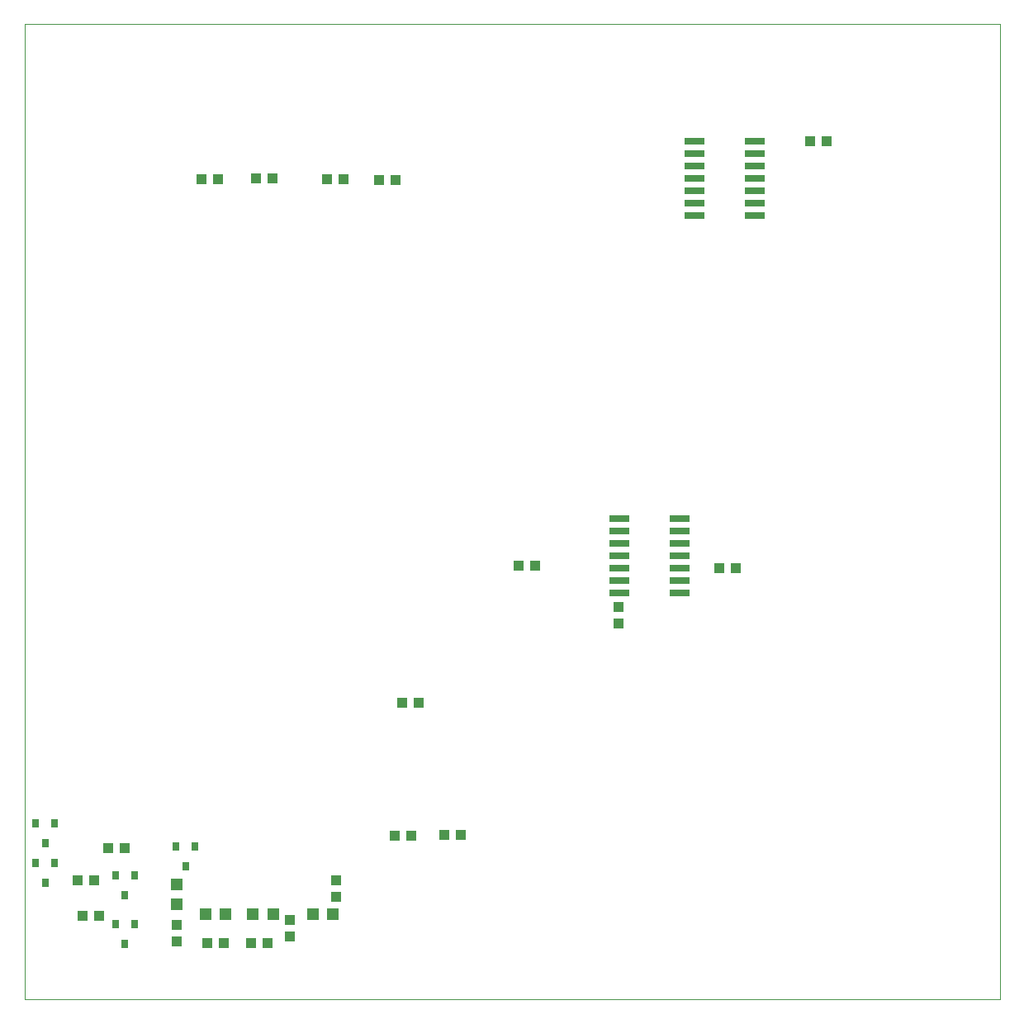
<source format=gtp>
G75*
%MOIN*%
%OFA0B0*%
%FSLAX24Y24*%
%IPPOS*%
%LPD*%
%AMOC8*
5,1,8,0,0,1.08239X$1,22.5*
%
%ADD10C,0.0000*%
%ADD11R,0.0310X0.0350*%
%ADD12R,0.0472X0.0472*%
%ADD13R,0.0433X0.0394*%
%ADD14R,0.0394X0.0433*%
%ADD15R,0.0800X0.0260*%
%ADD16R,0.0425X0.0413*%
%ADD17R,0.0413X0.0425*%
D10*
X000180Y000180D02*
X000180Y039550D01*
X039550Y039550D01*
X039550Y000180D01*
X000180Y000180D01*
D11*
X003865Y003218D03*
X004625Y003218D03*
X004245Y002418D03*
X004245Y004386D03*
X003865Y005186D03*
X004625Y005186D03*
X006306Y006367D03*
X007066Y006367D03*
X006686Y005567D03*
X001397Y005698D03*
X000637Y005698D03*
X001017Y004898D03*
X001017Y006512D03*
X001397Y007312D03*
X000637Y007312D03*
D12*
X006322Y004845D03*
X006322Y004019D03*
X007483Y003645D03*
X008310Y003645D03*
X009412Y003645D03*
X010239Y003645D03*
X011814Y003645D03*
X012641Y003645D03*
D13*
X012778Y004334D03*
X012778Y005003D03*
X010889Y003389D03*
X010889Y002719D03*
X006322Y002523D03*
X006322Y003192D03*
D14*
X007562Y002463D03*
X008231Y002463D03*
X009334Y002463D03*
X010003Y002463D03*
X015121Y006794D03*
X015790Y006794D03*
X017129Y006834D03*
X017798Y006834D03*
X016105Y012149D03*
X015436Y012149D03*
X020121Y017700D03*
X020790Y017700D03*
X028231Y017582D03*
X028900Y017582D03*
X015160Y033251D03*
X014491Y033251D03*
X013074Y033290D03*
X012404Y033290D03*
X010200Y033330D03*
X009530Y033330D03*
X007995Y033290D03*
X007326Y033290D03*
X004215Y006282D03*
X003546Y006282D03*
X002995Y004983D03*
X002326Y004983D03*
X002523Y003566D03*
X003192Y003566D03*
D15*
X024206Y016593D03*
X024206Y017093D03*
X024206Y017593D03*
X024206Y018093D03*
X024206Y018593D03*
X024206Y019093D03*
X024206Y019593D03*
X026626Y019593D03*
X026626Y019093D03*
X026626Y018593D03*
X026626Y018093D03*
X026626Y017593D03*
X026626Y017093D03*
X026626Y016593D03*
X027238Y031830D03*
X027238Y032330D03*
X027238Y032830D03*
X027238Y033330D03*
X027238Y033830D03*
X027238Y034330D03*
X027238Y034830D03*
X029658Y034830D03*
X029658Y034330D03*
X029658Y033830D03*
X029658Y033330D03*
X029658Y032830D03*
X029658Y032330D03*
X029658Y031830D03*
D16*
X024156Y016036D03*
X024156Y015347D03*
D17*
X031883Y034826D03*
X032572Y034826D03*
M02*

</source>
